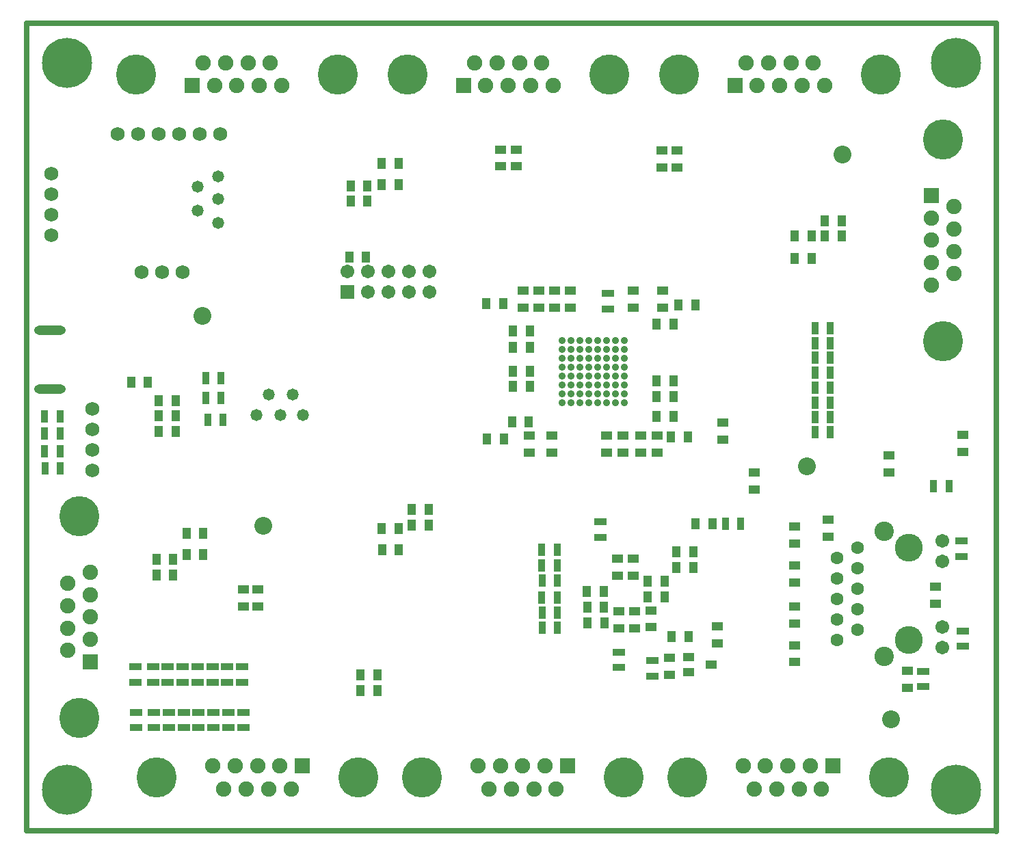
<source format=gbs>
G04*
G04 #@! TF.GenerationSoftware,Altium Limited,Altium Designer,18.1.7 (191)*
G04*
G04 Layer_Color=16711935*
%FSLAX24Y24*%
%MOIN*%
G70*
G01*
G75*
%ADD25C,0.0250*%
%ADD59R,0.0552X0.0434*%
%ADD67R,0.0592X0.0356*%
%ADD68R,0.0434X0.0552*%
%ADD69R,0.0356X0.0592*%
%ADD87C,0.0680*%
%ADD88C,0.0671*%
%ADD89R,0.0671X0.0671*%
%ADD90C,0.2442*%
%ADD91O,0.1537X0.0434*%
%ADD92C,0.1954*%
%ADD93R,0.0749X0.0749*%
%ADD94C,0.0749*%
%ADD95R,0.0749X0.0749*%
%ADD96C,0.0867*%
%ADD97C,0.0946*%
%ADD98C,0.0631*%
%ADD99C,0.1360*%
%ADD100C,0.0580*%
%ADD101C,0.0360*%
%ADD160R,0.0572X0.0415*%
D25*
X0Y0D02*
X27Y-27D01*
X47257D01*
X47261Y-32D01*
Y49D01*
Y39359D01*
X47263Y39361D01*
X20D02*
X47263D01*
X0Y39340D02*
X20Y39361D01*
X0Y0D02*
Y39340D01*
D59*
X29068Y18417D02*
D03*
Y19243D02*
D03*
X24948Y26327D02*
D03*
Y25500D02*
D03*
X24187Y26327D02*
D03*
Y25500D02*
D03*
X26488Y26327D02*
D03*
Y25500D02*
D03*
X23074Y32372D02*
D03*
Y33198D02*
D03*
X23844Y32372D02*
D03*
Y33198D02*
D03*
X10538Y10923D02*
D03*
Y11750D02*
D03*
X11258Y10923D02*
D03*
Y11750D02*
D03*
X29561Y13253D02*
D03*
Y12427D02*
D03*
X30411Y10733D02*
D03*
Y9907D02*
D03*
X28851Y9857D02*
D03*
Y10683D02*
D03*
X25588Y18417D02*
D03*
Y19243D02*
D03*
X37414Y14802D02*
D03*
Y13975D02*
D03*
Y10922D02*
D03*
Y10095D02*
D03*
Y9033D02*
D03*
Y8206D02*
D03*
X44280Y11887D02*
D03*
Y11060D02*
D03*
X42008Y18287D02*
D03*
Y17461D02*
D03*
X35441Y16629D02*
D03*
Y17456D02*
D03*
X45618Y18455D02*
D03*
Y19282D02*
D03*
X42923Y7782D02*
D03*
Y6956D02*
D03*
X33933Y19887D02*
D03*
Y19060D02*
D03*
X30940Y33144D02*
D03*
Y32317D02*
D03*
X31700Y33144D02*
D03*
Y32317D02*
D03*
X28268Y19243D02*
D03*
Y18417D02*
D03*
X29548Y25500D02*
D03*
Y26327D02*
D03*
X29918Y19243D02*
D03*
Y18417D02*
D03*
X24501Y19243D02*
D03*
Y18417D02*
D03*
X25718Y25500D02*
D03*
Y26327D02*
D03*
X30707Y19243D02*
D03*
Y18417D02*
D03*
X30973Y25500D02*
D03*
Y26327D02*
D03*
X28781Y12427D02*
D03*
Y13253D02*
D03*
X33641Y9120D02*
D03*
Y9947D02*
D03*
X29611Y10683D02*
D03*
Y9857D02*
D03*
X31321Y7577D02*
D03*
Y8403D02*
D03*
X39070Y14330D02*
D03*
Y15157D02*
D03*
X37414Y12080D02*
D03*
Y12907D02*
D03*
D67*
X6184Y5760D02*
D03*
Y5012D02*
D03*
X7654Y5760D02*
D03*
Y5012D02*
D03*
X9074Y5760D02*
D03*
Y5012D02*
D03*
X10554Y5760D02*
D03*
Y5012D02*
D03*
X6158Y7969D02*
D03*
Y7221D02*
D03*
X7598Y7969D02*
D03*
Y7221D02*
D03*
X9058Y7969D02*
D03*
Y7221D02*
D03*
X10488Y7969D02*
D03*
Y7221D02*
D03*
X28306Y26172D02*
D03*
Y25424D02*
D03*
X43683Y7005D02*
D03*
Y7753D02*
D03*
X9758Y7221D02*
D03*
Y7969D02*
D03*
X6868Y7221D02*
D03*
Y7969D02*
D03*
X9824Y5012D02*
D03*
Y5760D02*
D03*
X5289Y7221D02*
D03*
Y7969D02*
D03*
X8344Y5012D02*
D03*
Y5760D02*
D03*
X6924Y5012D02*
D03*
Y5760D02*
D03*
X5316Y5012D02*
D03*
Y5760D02*
D03*
X8328Y7221D02*
D03*
Y7969D02*
D03*
X27937Y14291D02*
D03*
Y15039D02*
D03*
X28851Y7942D02*
D03*
Y8690D02*
D03*
X30476Y8275D02*
D03*
Y7527D02*
D03*
X45560Y13360D02*
D03*
Y14108D02*
D03*
X45620Y8970D02*
D03*
Y9718D02*
D03*
D68*
X31522Y24693D02*
D03*
X30695D02*
D03*
X23695Y21658D02*
D03*
X24522D02*
D03*
X23695Y22398D02*
D03*
X24522D02*
D03*
X23695Y23568D02*
D03*
X24522D02*
D03*
X23695Y24350D02*
D03*
X24522D02*
D03*
X38880Y28983D02*
D03*
X39707D02*
D03*
X38880Y29733D02*
D03*
X39707D02*
D03*
X38257Y27873D02*
D03*
X37430D02*
D03*
X38247Y28983D02*
D03*
X37420D02*
D03*
X17293Y31494D02*
D03*
X18120D02*
D03*
X17293Y32534D02*
D03*
X18120D02*
D03*
X5076Y21863D02*
D03*
X5903D02*
D03*
X7261Y20964D02*
D03*
X6434D02*
D03*
Y20204D02*
D03*
X7261D02*
D03*
X6434Y19444D02*
D03*
X7261D02*
D03*
X7132Y12464D02*
D03*
X6306D02*
D03*
X7132Y13224D02*
D03*
X6306D02*
D03*
X7776Y13454D02*
D03*
X8602D02*
D03*
X7776Y14474D02*
D03*
X8602D02*
D03*
X17071Y7577D02*
D03*
X16244D02*
D03*
X31074Y11390D02*
D03*
X30247D02*
D03*
X31074Y12140D02*
D03*
X30247D02*
D03*
X31647Y12810D02*
D03*
X32474D02*
D03*
X31657Y13570D02*
D03*
X32484D02*
D03*
X27309Y10881D02*
D03*
X28136D02*
D03*
X31420Y9466D02*
D03*
X32247D02*
D03*
X18135Y13676D02*
D03*
X17308D02*
D03*
X18122Y14706D02*
D03*
X17295D02*
D03*
X18745Y14886D02*
D03*
X19572D02*
D03*
X18745Y15646D02*
D03*
X19572D02*
D03*
X23642Y19915D02*
D03*
X24469D02*
D03*
X23262Y19080D02*
D03*
X22435D02*
D03*
X31522Y21148D02*
D03*
X30695D02*
D03*
X31522Y20183D02*
D03*
X30695D02*
D03*
Y21918D02*
D03*
X31522D02*
D03*
X31402Y19194D02*
D03*
X32229D02*
D03*
X16535Y27961D02*
D03*
X15708D02*
D03*
X32578Y14938D02*
D03*
X33405D02*
D03*
X15773Y30674D02*
D03*
X16600D02*
D03*
X15773Y31434D02*
D03*
X16600D02*
D03*
X16244Y6807D02*
D03*
X17071D02*
D03*
X31758Y25628D02*
D03*
X32585D02*
D03*
X22396Y25674D02*
D03*
X23223D02*
D03*
X27327Y10110D02*
D03*
X28154D02*
D03*
X28114Y11660D02*
D03*
X27287D02*
D03*
D69*
X1635Y17660D02*
D03*
X887D02*
D03*
X8813Y20034D02*
D03*
X9561D02*
D03*
X9454Y21070D02*
D03*
X8706D02*
D03*
X9455Y22057D02*
D03*
X8706D02*
D03*
X25861Y9890D02*
D03*
X25113D02*
D03*
X25111Y10620D02*
D03*
X25859D02*
D03*
X25093Y11360D02*
D03*
X25841D02*
D03*
X25112Y12175D02*
D03*
X25860D02*
D03*
X25102Y12923D02*
D03*
X25850D02*
D03*
X25102Y13673D02*
D03*
X25850D02*
D03*
X34041Y14953D02*
D03*
X34789D02*
D03*
X44194Y16778D02*
D03*
X44942D02*
D03*
X862Y18495D02*
D03*
X1610D02*
D03*
X866Y19340D02*
D03*
X1614D02*
D03*
X866Y20179D02*
D03*
X1614D02*
D03*
X39155Y24494D02*
D03*
X38407D02*
D03*
X39155Y23768D02*
D03*
X38407D02*
D03*
X39155Y21591D02*
D03*
X38407D02*
D03*
X39155Y20140D02*
D03*
X38407D02*
D03*
X39155Y20865D02*
D03*
X38407D02*
D03*
X39155Y19414D02*
D03*
X38407D02*
D03*
X39155Y23042D02*
D03*
X38407D02*
D03*
X39155Y22317D02*
D03*
X38407D02*
D03*
D87*
X4435Y33942D02*
D03*
X5435D02*
D03*
X6435D02*
D03*
X7435D02*
D03*
X8435D02*
D03*
X9435D02*
D03*
X6600Y27210D02*
D03*
X5600D02*
D03*
X7600D02*
D03*
X1180Y32030D02*
D03*
Y31030D02*
D03*
Y30030D02*
D03*
Y29030D02*
D03*
X3198Y17548D02*
D03*
Y18548D02*
D03*
Y19548D02*
D03*
Y20548D02*
D03*
D88*
X19611Y27243D02*
D03*
Y26243D02*
D03*
X18611Y27243D02*
D03*
Y26243D02*
D03*
X17611Y27243D02*
D03*
Y26243D02*
D03*
X16611Y27243D02*
D03*
Y26243D02*
D03*
X15611Y27243D02*
D03*
X44620Y8911D02*
D03*
Y9911D02*
D03*
Y13132D02*
D03*
Y14132D02*
D03*
D89*
X15611Y26243D02*
D03*
D90*
X45276Y1969D02*
D03*
X1969Y37402D02*
D03*
Y1969D02*
D03*
X45276Y37402D02*
D03*
D91*
X1125Y24395D02*
D03*
Y21521D02*
D03*
D92*
X6320Y2594D02*
D03*
X16158D02*
D03*
X19246D02*
D03*
X29084D02*
D03*
X32172D02*
D03*
X42011D02*
D03*
X44638Y23854D02*
D03*
Y33693D02*
D03*
X28380Y36866D02*
D03*
X18542D02*
D03*
X15149D02*
D03*
X5310D02*
D03*
X2542Y15326D02*
D03*
Y5487D02*
D03*
X31773Y36866D02*
D03*
X41612D02*
D03*
D93*
X13420Y3153D02*
D03*
X26346D02*
D03*
X39272D02*
D03*
X21280Y36307D02*
D03*
X8048D02*
D03*
X34511D02*
D03*
D94*
X12875Y2035D02*
D03*
X12330Y3153D02*
D03*
X11784Y2035D02*
D03*
X11239Y3153D02*
D03*
X10694Y2035D02*
D03*
X10148Y3153D02*
D03*
X9603Y2035D02*
D03*
X9058Y3153D02*
D03*
X25801Y2035D02*
D03*
X25256Y3153D02*
D03*
X24710Y2035D02*
D03*
X24165Y3153D02*
D03*
X23620Y2035D02*
D03*
X23075Y3153D02*
D03*
X22529Y2035D02*
D03*
X21984Y3153D02*
D03*
X38727Y2035D02*
D03*
X38182Y3153D02*
D03*
X37637Y2035D02*
D03*
X37091Y3153D02*
D03*
X36546Y2035D02*
D03*
X36001Y3153D02*
D03*
X35456Y2035D02*
D03*
X34910Y3153D02*
D03*
X45197Y30409D02*
D03*
X44079Y29864D02*
D03*
X45197Y29319D02*
D03*
X44079Y28774D02*
D03*
X45197Y28228D02*
D03*
X44079Y27683D02*
D03*
X45197Y27138D02*
D03*
X44079Y26593D02*
D03*
X21825Y37425D02*
D03*
X22370Y36307D02*
D03*
X22916Y37425D02*
D03*
X23461Y36307D02*
D03*
X24006Y37425D02*
D03*
X24552Y36307D02*
D03*
X25097Y37425D02*
D03*
X25642Y36307D02*
D03*
X8594Y37425D02*
D03*
X9139Y36307D02*
D03*
X9684Y37425D02*
D03*
X10230Y36307D02*
D03*
X10775Y37425D02*
D03*
X11320Y36307D02*
D03*
X11865Y37425D02*
D03*
X12411Y36307D02*
D03*
X1983Y8770D02*
D03*
X3101Y9316D02*
D03*
X1983Y9861D02*
D03*
X3101Y10406D02*
D03*
X1983Y10952D02*
D03*
X3101Y11497D02*
D03*
X1983Y12042D02*
D03*
X3101Y12587D02*
D03*
X38874Y36307D02*
D03*
X38328Y37425D02*
D03*
X37783Y36307D02*
D03*
X37238Y37425D02*
D03*
X36693Y36307D02*
D03*
X36147Y37425D02*
D03*
X35602Y36307D02*
D03*
X35057Y37425D02*
D03*
D95*
X44079Y30955D02*
D03*
X3101Y8225D02*
D03*
D96*
X8554Y25090D02*
D03*
X39762Y32962D02*
D03*
X11531Y14854D02*
D03*
X38025Y17748D02*
D03*
X42107Y5428D02*
D03*
D97*
X41788Y14571D02*
D03*
Y8473D02*
D03*
D98*
X39488Y9272D02*
D03*
Y10272D02*
D03*
Y11272D02*
D03*
Y12272D02*
D03*
Y13272D02*
D03*
X40489Y9772D02*
D03*
Y10772D02*
D03*
Y11772D02*
D03*
Y12772D02*
D03*
Y13772D02*
D03*
D99*
X42989D02*
D03*
Y9272D02*
D03*
D100*
X11195Y20247D02*
D03*
X13445D02*
D03*
X12345D02*
D03*
X12945Y21247D02*
D03*
X11795D02*
D03*
X9320Y29620D02*
D03*
Y31870D02*
D03*
Y30770D02*
D03*
X8320Y31370D02*
D03*
Y30220D02*
D03*
D101*
X29124Y23441D02*
D03*
Y22574D02*
D03*
Y21708D02*
D03*
X26092Y20842D02*
D03*
Y21275D02*
D03*
Y21708D02*
D03*
Y22141D02*
D03*
Y22574D02*
D03*
Y23007D02*
D03*
Y23441D02*
D03*
Y23874D02*
D03*
X26525Y20842D02*
D03*
Y21275D02*
D03*
Y21708D02*
D03*
Y22141D02*
D03*
Y22574D02*
D03*
Y23007D02*
D03*
Y23441D02*
D03*
Y23874D02*
D03*
X26958Y20842D02*
D03*
Y21275D02*
D03*
Y21708D02*
D03*
Y22141D02*
D03*
Y22574D02*
D03*
Y23007D02*
D03*
Y23441D02*
D03*
Y23874D02*
D03*
X27391Y20842D02*
D03*
Y21275D02*
D03*
Y21708D02*
D03*
Y22141D02*
D03*
Y22574D02*
D03*
Y23007D02*
D03*
Y23441D02*
D03*
Y23874D02*
D03*
X27824Y20842D02*
D03*
Y21275D02*
D03*
Y21708D02*
D03*
Y22141D02*
D03*
Y22574D02*
D03*
Y23007D02*
D03*
Y23441D02*
D03*
Y23874D02*
D03*
X28258Y20842D02*
D03*
Y21275D02*
D03*
Y21708D02*
D03*
Y22141D02*
D03*
Y22574D02*
D03*
Y23007D02*
D03*
Y23441D02*
D03*
Y23874D02*
D03*
X28691Y20842D02*
D03*
Y21275D02*
D03*
Y21708D02*
D03*
Y22141D02*
D03*
Y22574D02*
D03*
Y23007D02*
D03*
Y23441D02*
D03*
Y23874D02*
D03*
X29124Y20842D02*
D03*
Y21275D02*
D03*
Y22141D02*
D03*
Y23007D02*
D03*
Y23874D02*
D03*
D160*
X32270Y7713D02*
D03*
Y8461D02*
D03*
X33368Y8087D02*
D03*
M02*

</source>
